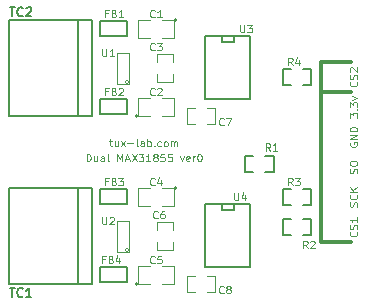
<source format=gto>
%FSLAX46Y46*%
G04 Gerber Fmt 4.6, Leading zero omitted, Abs format (unit mm)*
G04 Created by KiCad (PCBNEW (2014-07-09 BZR 4988)-product) date Wed 13 Aug 2014 10:14:38 AM PDT*
%MOMM*%
G01*
G04 APERTURE LIST*
%ADD10C,0.050000*%
%ADD11C,0.101600*%
%ADD12C,0.304800*%
%ADD13C,0.099060*%
%ADD14C,0.119380*%
%ADD15C,0.127000*%
%ADD16C,0.078740*%
G04 APERTURE END LIST*
D10*
D11*
X108430784Y-102395262D02*
X108430784Y-101760262D01*
X108581975Y-101760262D01*
X108672689Y-101790500D01*
X108733165Y-101850976D01*
X108763404Y-101911452D01*
X108793642Y-102032405D01*
X108793642Y-102123119D01*
X108763404Y-102244071D01*
X108733165Y-102304548D01*
X108672689Y-102365024D01*
X108581975Y-102395262D01*
X108430784Y-102395262D01*
X109337927Y-101971929D02*
X109337927Y-102395262D01*
X109065784Y-101971929D02*
X109065784Y-102304548D01*
X109096023Y-102365024D01*
X109156499Y-102395262D01*
X109247213Y-102395262D01*
X109307689Y-102365024D01*
X109337927Y-102334786D01*
X109912451Y-102395262D02*
X109912451Y-102062643D01*
X109882213Y-102002167D01*
X109821737Y-101971929D01*
X109700785Y-101971929D01*
X109640308Y-102002167D01*
X109912451Y-102365024D02*
X109851975Y-102395262D01*
X109700785Y-102395262D01*
X109640308Y-102365024D01*
X109610070Y-102304548D01*
X109610070Y-102244071D01*
X109640308Y-102183595D01*
X109700785Y-102153357D01*
X109851975Y-102153357D01*
X109912451Y-102123119D01*
X110305547Y-102395262D02*
X110245071Y-102365024D01*
X110214832Y-102304548D01*
X110214832Y-101760262D01*
X111031261Y-102395262D02*
X111031261Y-101760262D01*
X111242928Y-102213833D01*
X111454595Y-101760262D01*
X111454595Y-102395262D01*
X111726737Y-102213833D02*
X112029118Y-102213833D01*
X111666261Y-102395262D02*
X111877928Y-101760262D01*
X112089595Y-102395262D01*
X112240785Y-101760262D02*
X112664119Y-102395262D01*
X112664119Y-101760262D02*
X112240785Y-102395262D01*
X112845547Y-101760262D02*
X113238643Y-101760262D01*
X113026976Y-102002167D01*
X113117690Y-102002167D01*
X113178166Y-102032405D01*
X113208404Y-102062643D01*
X113238643Y-102123119D01*
X113238643Y-102274310D01*
X113208404Y-102334786D01*
X113178166Y-102365024D01*
X113117690Y-102395262D01*
X112936262Y-102395262D01*
X112875785Y-102365024D01*
X112845547Y-102334786D01*
X113843405Y-102395262D02*
X113480547Y-102395262D01*
X113661976Y-102395262D02*
X113661976Y-101760262D01*
X113601500Y-101850976D01*
X113541024Y-101911452D01*
X113480547Y-101941690D01*
X114206262Y-102032405D02*
X114145786Y-102002167D01*
X114115547Y-101971929D01*
X114085309Y-101911452D01*
X114085309Y-101881214D01*
X114115547Y-101820738D01*
X114145786Y-101790500D01*
X114206262Y-101760262D01*
X114327214Y-101760262D01*
X114387690Y-101790500D01*
X114417928Y-101820738D01*
X114448167Y-101881214D01*
X114448167Y-101911452D01*
X114417928Y-101971929D01*
X114387690Y-102002167D01*
X114327214Y-102032405D01*
X114206262Y-102032405D01*
X114145786Y-102062643D01*
X114115547Y-102092881D01*
X114085309Y-102153357D01*
X114085309Y-102274310D01*
X114115547Y-102334786D01*
X114145786Y-102365024D01*
X114206262Y-102395262D01*
X114327214Y-102395262D01*
X114387690Y-102365024D01*
X114417928Y-102334786D01*
X114448167Y-102274310D01*
X114448167Y-102153357D01*
X114417928Y-102092881D01*
X114387690Y-102062643D01*
X114327214Y-102032405D01*
X115022690Y-101760262D02*
X114720309Y-101760262D01*
X114690071Y-102062643D01*
X114720309Y-102032405D01*
X114780786Y-102002167D01*
X114931976Y-102002167D01*
X114992452Y-102032405D01*
X115022690Y-102062643D01*
X115052929Y-102123119D01*
X115052929Y-102274310D01*
X115022690Y-102334786D01*
X114992452Y-102365024D01*
X114931976Y-102395262D01*
X114780786Y-102395262D01*
X114720309Y-102365024D01*
X114690071Y-102334786D01*
X115627452Y-101760262D02*
X115325071Y-101760262D01*
X115294833Y-102062643D01*
X115325071Y-102032405D01*
X115385548Y-102002167D01*
X115536738Y-102002167D01*
X115597214Y-102032405D01*
X115627452Y-102062643D01*
X115657691Y-102123119D01*
X115657691Y-102274310D01*
X115627452Y-102334786D01*
X115597214Y-102365024D01*
X115536738Y-102395262D01*
X115385548Y-102395262D01*
X115325071Y-102365024D01*
X115294833Y-102334786D01*
X116353167Y-101971929D02*
X116504358Y-102395262D01*
X116655548Y-101971929D01*
X117139358Y-102365024D02*
X117078882Y-102395262D01*
X116957930Y-102395262D01*
X116897453Y-102365024D01*
X116867215Y-102304548D01*
X116867215Y-102062643D01*
X116897453Y-102002167D01*
X116957930Y-101971929D01*
X117078882Y-101971929D01*
X117139358Y-102002167D01*
X117169596Y-102062643D01*
X117169596Y-102123119D01*
X116867215Y-102183595D01*
X117441739Y-102395262D02*
X117441739Y-101971929D01*
X117441739Y-102092881D02*
X117471978Y-102032405D01*
X117502216Y-102002167D01*
X117562692Y-101971929D01*
X117623168Y-101971929D01*
X117955787Y-101760262D02*
X118016263Y-101760262D01*
X118076739Y-101790500D01*
X118106977Y-101820738D01*
X118137215Y-101881214D01*
X118167454Y-102002167D01*
X118167454Y-102153357D01*
X118137215Y-102274310D01*
X118106977Y-102334786D01*
X118076739Y-102365024D01*
X118016263Y-102395262D01*
X117955787Y-102395262D01*
X117895311Y-102365024D01*
X117865073Y-102334786D01*
X117834834Y-102274310D01*
X117804596Y-102153357D01*
X117804596Y-102002167D01*
X117834834Y-101881214D01*
X117865073Y-101820738D01*
X117895311Y-101790500D01*
X117955787Y-101760262D01*
X110350904Y-100701929D02*
X110592809Y-100701929D01*
X110441618Y-100490262D02*
X110441618Y-101034548D01*
X110471857Y-101095024D01*
X110532333Y-101125262D01*
X110592809Y-101125262D01*
X111076618Y-100701929D02*
X111076618Y-101125262D01*
X110804475Y-100701929D02*
X110804475Y-101034548D01*
X110834714Y-101095024D01*
X110895190Y-101125262D01*
X110985904Y-101125262D01*
X111046380Y-101095024D01*
X111076618Y-101064786D01*
X111318523Y-101125262D02*
X111651142Y-100701929D01*
X111318523Y-100701929D02*
X111651142Y-101125262D01*
X111893047Y-100883357D02*
X112376857Y-100883357D01*
X112769952Y-101125262D02*
X112709476Y-101095024D01*
X112679237Y-101034548D01*
X112679237Y-100490262D01*
X113283999Y-101125262D02*
X113283999Y-100792643D01*
X113253761Y-100732167D01*
X113193285Y-100701929D01*
X113072333Y-100701929D01*
X113011856Y-100732167D01*
X113283999Y-101095024D02*
X113223523Y-101125262D01*
X113072333Y-101125262D01*
X113011856Y-101095024D01*
X112981618Y-101034548D01*
X112981618Y-100974071D01*
X113011856Y-100913595D01*
X113072333Y-100883357D01*
X113223523Y-100883357D01*
X113283999Y-100853119D01*
X113586380Y-101125262D02*
X113586380Y-100490262D01*
X113586380Y-100732167D02*
X113646857Y-100701929D01*
X113767809Y-100701929D01*
X113828285Y-100732167D01*
X113858523Y-100762405D01*
X113888761Y-100822881D01*
X113888761Y-101004310D01*
X113858523Y-101064786D01*
X113828285Y-101095024D01*
X113767809Y-101125262D01*
X113646857Y-101125262D01*
X113586380Y-101095024D01*
X114160904Y-101064786D02*
X114191143Y-101095024D01*
X114160904Y-101125262D01*
X114130666Y-101095024D01*
X114160904Y-101064786D01*
X114160904Y-101125262D01*
X114735428Y-101095024D02*
X114674952Y-101125262D01*
X114554000Y-101125262D01*
X114493524Y-101095024D01*
X114463285Y-101064786D01*
X114433047Y-101004310D01*
X114433047Y-100822881D01*
X114463285Y-100762405D01*
X114493524Y-100732167D01*
X114554000Y-100701929D01*
X114674952Y-100701929D01*
X114735428Y-100732167D01*
X115098286Y-101125262D02*
X115037810Y-101095024D01*
X115007571Y-101064786D01*
X114977333Y-101004310D01*
X114977333Y-100822881D01*
X115007571Y-100762405D01*
X115037810Y-100732167D01*
X115098286Y-100701929D01*
X115189000Y-100701929D01*
X115249476Y-100732167D01*
X115279714Y-100762405D01*
X115309952Y-100822881D01*
X115309952Y-101004310D01*
X115279714Y-101064786D01*
X115249476Y-101095024D01*
X115189000Y-101125262D01*
X115098286Y-101125262D01*
X115582095Y-101125262D02*
X115582095Y-100701929D01*
X115582095Y-100762405D02*
X115612334Y-100732167D01*
X115672810Y-100701929D01*
X115763524Y-100701929D01*
X115824000Y-100732167D01*
X115854238Y-100792643D01*
X115854238Y-101125262D01*
X115854238Y-100792643D02*
X115884476Y-100732167D01*
X115944953Y-100701929D01*
X116035667Y-100701929D01*
X116096143Y-100732167D01*
X116126381Y-100792643D01*
X116126381Y-101125262D01*
X131290786Y-108358214D02*
X131321024Y-108388452D01*
X131351262Y-108479167D01*
X131351262Y-108539643D01*
X131321024Y-108630357D01*
X131260548Y-108690833D01*
X131200071Y-108721072D01*
X131079119Y-108751310D01*
X130988405Y-108751310D01*
X130867452Y-108721072D01*
X130806976Y-108690833D01*
X130746500Y-108630357D01*
X130716262Y-108539643D01*
X130716262Y-108479167D01*
X130746500Y-108388452D01*
X130776738Y-108358214D01*
X131321024Y-108116310D02*
X131351262Y-108025595D01*
X131351262Y-107874405D01*
X131321024Y-107813929D01*
X131290786Y-107783691D01*
X131230310Y-107753452D01*
X131169833Y-107753452D01*
X131109357Y-107783691D01*
X131079119Y-107813929D01*
X131048881Y-107874405D01*
X131018643Y-107995357D01*
X130988405Y-108055833D01*
X130958167Y-108086072D01*
X130897690Y-108116310D01*
X130837214Y-108116310D01*
X130776738Y-108086072D01*
X130746500Y-108055833D01*
X130716262Y-107995357D01*
X130716262Y-107844167D01*
X130746500Y-107753452D01*
X131351262Y-107148690D02*
X131351262Y-107511548D01*
X131351262Y-107330119D02*
X130716262Y-107330119D01*
X130806976Y-107390595D01*
X130867452Y-107451071D01*
X130897690Y-107511548D01*
X131321024Y-106226429D02*
X131351262Y-106135714D01*
X131351262Y-105984524D01*
X131321024Y-105924048D01*
X131290786Y-105893810D01*
X131230310Y-105863571D01*
X131169833Y-105863571D01*
X131109357Y-105893810D01*
X131079119Y-105924048D01*
X131048881Y-105984524D01*
X131018643Y-106105476D01*
X130988405Y-106165952D01*
X130958167Y-106196191D01*
X130897690Y-106226429D01*
X130837214Y-106226429D01*
X130776738Y-106196191D01*
X130746500Y-106165952D01*
X130716262Y-106105476D01*
X130716262Y-105954286D01*
X130746500Y-105863571D01*
X131290786Y-105228571D02*
X131321024Y-105258809D01*
X131351262Y-105349524D01*
X131351262Y-105410000D01*
X131321024Y-105500714D01*
X131260548Y-105561190D01*
X131200071Y-105591429D01*
X131079119Y-105621667D01*
X130988405Y-105621667D01*
X130867452Y-105591429D01*
X130806976Y-105561190D01*
X130746500Y-105500714D01*
X130716262Y-105410000D01*
X130716262Y-105349524D01*
X130746500Y-105258809D01*
X130776738Y-105228571D01*
X131351262Y-104956429D02*
X130716262Y-104956429D01*
X131351262Y-104593571D02*
X130988405Y-104865714D01*
X130716262Y-104593571D02*
X131079119Y-104956429D01*
X131321024Y-103384048D02*
X131351262Y-103293333D01*
X131351262Y-103142143D01*
X131321024Y-103081667D01*
X131290786Y-103051429D01*
X131230310Y-103021190D01*
X131169833Y-103021190D01*
X131109357Y-103051429D01*
X131079119Y-103081667D01*
X131048881Y-103142143D01*
X131018643Y-103263095D01*
X130988405Y-103323571D01*
X130958167Y-103353810D01*
X130897690Y-103384048D01*
X130837214Y-103384048D01*
X130776738Y-103353810D01*
X130746500Y-103323571D01*
X130716262Y-103263095D01*
X130716262Y-103111905D01*
X130746500Y-103021190D01*
X130716262Y-102628095D02*
X130716262Y-102507143D01*
X130746500Y-102446667D01*
X130806976Y-102386190D01*
X130927929Y-102355952D01*
X131139595Y-102355952D01*
X131260548Y-102386190D01*
X131321024Y-102446667D01*
X131351262Y-102507143D01*
X131351262Y-102628095D01*
X131321024Y-102688571D01*
X131260548Y-102749048D01*
X131139595Y-102779286D01*
X130927929Y-102779286D01*
X130806976Y-102749048D01*
X130746500Y-102688571D01*
X130716262Y-102628095D01*
X130746500Y-100813809D02*
X130716262Y-100874286D01*
X130716262Y-100965000D01*
X130746500Y-101055714D01*
X130806976Y-101116190D01*
X130867452Y-101146429D01*
X130988405Y-101176667D01*
X131079119Y-101176667D01*
X131200071Y-101146429D01*
X131260548Y-101116190D01*
X131321024Y-101055714D01*
X131351262Y-100965000D01*
X131351262Y-100904524D01*
X131321024Y-100813809D01*
X131290786Y-100783571D01*
X131079119Y-100783571D01*
X131079119Y-100904524D01*
X131351262Y-100511429D02*
X130716262Y-100511429D01*
X131351262Y-100148571D01*
X130716262Y-100148571D01*
X131351262Y-99846191D02*
X130716262Y-99846191D01*
X130716262Y-99695000D01*
X130746500Y-99604286D01*
X130806976Y-99543810D01*
X130867452Y-99513571D01*
X130988405Y-99483333D01*
X131079119Y-99483333D01*
X131200071Y-99513571D01*
X131260548Y-99543810D01*
X131321024Y-99604286D01*
X131351262Y-99695000D01*
X131351262Y-99846191D01*
X130716262Y-98697143D02*
X130716262Y-98304047D01*
X130958167Y-98515714D01*
X130958167Y-98425000D01*
X130988405Y-98364524D01*
X131018643Y-98334286D01*
X131079119Y-98304047D01*
X131230310Y-98304047D01*
X131290786Y-98334286D01*
X131321024Y-98364524D01*
X131351262Y-98425000D01*
X131351262Y-98606428D01*
X131321024Y-98666905D01*
X131290786Y-98697143D01*
X131290786Y-98031905D02*
X131321024Y-98001666D01*
X131351262Y-98031905D01*
X131321024Y-98062143D01*
X131290786Y-98031905D01*
X131351262Y-98031905D01*
X130716262Y-97790000D02*
X130716262Y-97396904D01*
X130958167Y-97608571D01*
X130958167Y-97517857D01*
X130988405Y-97457381D01*
X131018643Y-97427143D01*
X131079119Y-97396904D01*
X131230310Y-97396904D01*
X131290786Y-97427143D01*
X131321024Y-97457381D01*
X131351262Y-97517857D01*
X131351262Y-97699285D01*
X131321024Y-97759762D01*
X131290786Y-97790000D01*
X130927929Y-97185238D02*
X131351262Y-97034047D01*
X130927929Y-96882857D01*
X131290786Y-95658214D02*
X131321024Y-95688452D01*
X131351262Y-95779167D01*
X131351262Y-95839643D01*
X131321024Y-95930357D01*
X131260548Y-95990833D01*
X131200071Y-96021072D01*
X131079119Y-96051310D01*
X130988405Y-96051310D01*
X130867452Y-96021072D01*
X130806976Y-95990833D01*
X130746500Y-95930357D01*
X130716262Y-95839643D01*
X130716262Y-95779167D01*
X130746500Y-95688452D01*
X130776738Y-95658214D01*
X131321024Y-95416310D02*
X131351262Y-95325595D01*
X131351262Y-95174405D01*
X131321024Y-95113929D01*
X131290786Y-95083691D01*
X131230310Y-95053452D01*
X131169833Y-95053452D01*
X131109357Y-95083691D01*
X131079119Y-95113929D01*
X131048881Y-95174405D01*
X131018643Y-95295357D01*
X130988405Y-95355833D01*
X130958167Y-95386072D01*
X130897690Y-95416310D01*
X130837214Y-95416310D01*
X130776738Y-95386072D01*
X130746500Y-95355833D01*
X130716262Y-95295357D01*
X130716262Y-95144167D01*
X130746500Y-95053452D01*
X130776738Y-94811548D02*
X130746500Y-94781310D01*
X130716262Y-94720833D01*
X130716262Y-94569643D01*
X130746500Y-94509167D01*
X130776738Y-94478929D01*
X130837214Y-94448690D01*
X130897690Y-94448690D01*
X130988405Y-94478929D01*
X131351262Y-94841786D01*
X131351262Y-94448690D01*
D12*
X128270000Y-93980000D02*
X130810000Y-93980000D01*
X130810000Y-109220000D02*
X128270000Y-109220000D01*
X128270000Y-109220000D02*
X128270000Y-93980000D01*
X128270000Y-96520000D02*
X130810000Y-96520000D01*
D13*
X116078000Y-90424000D02*
G75*
G03X116078000Y-90424000I-127000J0D01*
G74*
G01*
X114808000Y-90424000D02*
X115824000Y-90424000D01*
X115824000Y-90424000D02*
X115824000Y-91948000D01*
X115824000Y-91948000D02*
X114808000Y-91948000D01*
X113792000Y-91948000D02*
X112776000Y-91948000D01*
X112776000Y-91948000D02*
X112776000Y-90424000D01*
X112776000Y-90424000D02*
X113792000Y-90424000D01*
X112776000Y-98552000D02*
G75*
G03X112776000Y-98552000I-127000J0D01*
G74*
G01*
X113792000Y-98552000D02*
X112776000Y-98552000D01*
X112776000Y-98552000D02*
X112776000Y-97028000D01*
X112776000Y-97028000D02*
X113792000Y-97028000D01*
X114808000Y-97028000D02*
X115824000Y-97028000D01*
X115824000Y-97028000D02*
X115824000Y-98552000D01*
X115824000Y-98552000D02*
X114808000Y-98552000D01*
D14*
X114411760Y-94988380D02*
X114411760Y-95686880D01*
X114411760Y-93987620D02*
X114411760Y-93289120D01*
X115712240Y-94988380D02*
X115712240Y-95686880D01*
X115712240Y-93289120D02*
X115712240Y-93987620D01*
X115697000Y-95686880D02*
X114427000Y-95686880D01*
X114427000Y-93289120D02*
X115697000Y-93289120D01*
D13*
X116078000Y-104648000D02*
G75*
G03X116078000Y-104648000I-127000J0D01*
G74*
G01*
X114808000Y-104648000D02*
X115824000Y-104648000D01*
X115824000Y-104648000D02*
X115824000Y-106172000D01*
X115824000Y-106172000D02*
X114808000Y-106172000D01*
X113792000Y-106172000D02*
X112776000Y-106172000D01*
X112776000Y-106172000D02*
X112776000Y-104648000D01*
X112776000Y-104648000D02*
X113792000Y-104648000D01*
X112776000Y-112776000D02*
G75*
G03X112776000Y-112776000I-127000J0D01*
G74*
G01*
X113792000Y-112776000D02*
X112776000Y-112776000D01*
X112776000Y-112776000D02*
X112776000Y-111252000D01*
X112776000Y-111252000D02*
X113792000Y-111252000D01*
X114808000Y-111252000D02*
X115824000Y-111252000D01*
X115824000Y-111252000D02*
X115824000Y-112776000D01*
X115824000Y-112776000D02*
X114808000Y-112776000D01*
D14*
X114411760Y-109212380D02*
X114411760Y-109910880D01*
X114411760Y-108211620D02*
X114411760Y-107513120D01*
X115712240Y-109212380D02*
X115712240Y-109910880D01*
X115712240Y-107513120D02*
X115712240Y-108211620D01*
X115697000Y-109910880D02*
X114427000Y-109910880D01*
X114427000Y-107513120D02*
X115697000Y-107513120D01*
X118610380Y-99202240D02*
X119308880Y-99202240D01*
X117609620Y-99202240D02*
X116911120Y-99202240D01*
X118610380Y-97901760D02*
X119308880Y-97901760D01*
X116911120Y-97901760D02*
X117609620Y-97901760D01*
X119308880Y-97917000D02*
X119308880Y-99187000D01*
X116911120Y-99187000D02*
X116911120Y-97917000D01*
X118610380Y-113426240D02*
X119308880Y-113426240D01*
X117609620Y-113426240D02*
X116911120Y-113426240D01*
X118610380Y-112125760D02*
X119308880Y-112125760D01*
X116911120Y-112125760D02*
X117609620Y-112125760D01*
X119308880Y-112141000D02*
X119308880Y-113411000D01*
X116911120Y-113411000D02*
X116911120Y-112141000D01*
D15*
X109601000Y-90551000D02*
X111887000Y-90551000D01*
X111887000Y-90551000D02*
X111887000Y-91821000D01*
X111887000Y-91821000D02*
X109601000Y-91821000D01*
X109601000Y-91821000D02*
X109601000Y-90551000D01*
X109601000Y-97155000D02*
X111887000Y-97155000D01*
X111887000Y-97155000D02*
X111887000Y-98425000D01*
X111887000Y-98425000D02*
X109601000Y-98425000D01*
X109601000Y-98425000D02*
X109601000Y-97155000D01*
X109601000Y-104775000D02*
X111887000Y-104775000D01*
X111887000Y-104775000D02*
X111887000Y-106045000D01*
X111887000Y-106045000D02*
X109601000Y-106045000D01*
X109601000Y-106045000D02*
X109601000Y-104775000D01*
X109601000Y-111379000D02*
X111887000Y-111379000D01*
X111887000Y-111379000D02*
X111887000Y-112649000D01*
X111887000Y-112649000D02*
X109601000Y-112649000D01*
X109601000Y-112649000D02*
X109601000Y-111379000D01*
X107670600Y-98552000D02*
X107670600Y-90424000D01*
X101904800Y-98552000D02*
X101904800Y-90424000D01*
X101904800Y-90424000D02*
X108915200Y-90424000D01*
X108915200Y-90424000D02*
X108915200Y-98552000D01*
X108915200Y-98552000D02*
X101904800Y-98552000D01*
X107670600Y-112776000D02*
X107670600Y-104648000D01*
X101904800Y-112776000D02*
X101904800Y-104648000D01*
X101904800Y-104648000D02*
X108915200Y-104648000D01*
X108915200Y-104648000D02*
X108915200Y-112776000D01*
X108915200Y-112776000D02*
X101904800Y-112776000D01*
X122562620Y-101917500D02*
X121856500Y-101917500D01*
X121856500Y-101917500D02*
X121856500Y-103314500D01*
X121856500Y-103314500D02*
X122562620Y-103314500D01*
X124269500Y-101917500D02*
X123563380Y-101917500D01*
X124269500Y-101917500D02*
X124269500Y-103314500D01*
X124269500Y-103314500D02*
X123563380Y-103314500D01*
X125737620Y-107251500D02*
X125031500Y-107251500D01*
X125031500Y-107251500D02*
X125031500Y-108648500D01*
X125031500Y-108648500D02*
X125737620Y-108648500D01*
X127444500Y-107251500D02*
X126738380Y-107251500D01*
X127444500Y-107251500D02*
X127444500Y-108648500D01*
X127444500Y-108648500D02*
X126738380Y-108648500D01*
X125737620Y-104711500D02*
X125031500Y-104711500D01*
X125031500Y-104711500D02*
X125031500Y-106108500D01*
X125031500Y-106108500D02*
X125737620Y-106108500D01*
X127444500Y-104711500D02*
X126738380Y-104711500D01*
X127444500Y-104711500D02*
X127444500Y-106108500D01*
X127444500Y-106108500D02*
X126738380Y-106108500D01*
X125737620Y-94551500D02*
X125031500Y-94551500D01*
X125031500Y-94551500D02*
X125031500Y-95948500D01*
X125031500Y-95948500D02*
X125737620Y-95948500D01*
X127444500Y-94551500D02*
X126738380Y-94551500D01*
X127444500Y-94551500D02*
X127444500Y-95948500D01*
X127444500Y-95948500D02*
X126738380Y-95948500D01*
D16*
X112015590Y-95664020D02*
G75*
G03X112015590Y-95664020I-159070J0D01*
G74*
G01*
X110998000Y-93218000D02*
X112014000Y-93218000D01*
X110998000Y-95821500D02*
X112014000Y-95821500D01*
X112014000Y-93218000D02*
X112014000Y-95821500D01*
X110998000Y-95821500D02*
X110998000Y-93218000D01*
X112015590Y-109888020D02*
G75*
G03X112015590Y-109888020I-159070J0D01*
G74*
G01*
X110998000Y-107442000D02*
X112014000Y-107442000D01*
X110998000Y-110045500D02*
X112014000Y-110045500D01*
X112014000Y-107442000D02*
X112014000Y-110045500D01*
X110998000Y-110045500D02*
X110998000Y-107442000D01*
D15*
X118618000Y-91821000D02*
X118491000Y-91821000D01*
X118491000Y-91821000D02*
X118491000Y-97155000D01*
X122301000Y-97155000D02*
X122301000Y-91821000D01*
X122301000Y-91821000D02*
X118618000Y-91821000D01*
X120904000Y-91821000D02*
X120904000Y-92329000D01*
X120904000Y-92329000D02*
X119888000Y-92329000D01*
X119888000Y-92329000D02*
X119888000Y-91821000D01*
X122301000Y-97155000D02*
X118491000Y-97155000D01*
X118618000Y-106045000D02*
X118491000Y-106045000D01*
X118491000Y-106045000D02*
X118491000Y-111379000D01*
X122301000Y-111379000D02*
X122301000Y-106045000D01*
X122301000Y-106045000D02*
X118618000Y-106045000D01*
X120904000Y-106045000D02*
X120904000Y-106553000D01*
X120904000Y-106553000D02*
X119888000Y-106553000D01*
X119888000Y-106553000D02*
X119888000Y-106045000D01*
X122301000Y-111379000D02*
X118491000Y-111379000D01*
D11*
X114194167Y-90142786D02*
X114163929Y-90173024D01*
X114073214Y-90203262D01*
X114012738Y-90203262D01*
X113922024Y-90173024D01*
X113861548Y-90112548D01*
X113831309Y-90052071D01*
X113801071Y-89931119D01*
X113801071Y-89840405D01*
X113831309Y-89719452D01*
X113861548Y-89658976D01*
X113922024Y-89598500D01*
X114012738Y-89568262D01*
X114073214Y-89568262D01*
X114163929Y-89598500D01*
X114194167Y-89628738D01*
X114798929Y-90203262D02*
X114436071Y-90203262D01*
X114617500Y-90203262D02*
X114617500Y-89568262D01*
X114557024Y-89658976D01*
X114496548Y-89719452D01*
X114436071Y-89749690D01*
X114194167Y-96746786D02*
X114163929Y-96777024D01*
X114073214Y-96807262D01*
X114012738Y-96807262D01*
X113922024Y-96777024D01*
X113861548Y-96716548D01*
X113831309Y-96656071D01*
X113801071Y-96535119D01*
X113801071Y-96444405D01*
X113831309Y-96323452D01*
X113861548Y-96262976D01*
X113922024Y-96202500D01*
X114012738Y-96172262D01*
X114073214Y-96172262D01*
X114163929Y-96202500D01*
X114194167Y-96232738D01*
X114436071Y-96232738D02*
X114466309Y-96202500D01*
X114526786Y-96172262D01*
X114677976Y-96172262D01*
X114738452Y-96202500D01*
X114768690Y-96232738D01*
X114798929Y-96293214D01*
X114798929Y-96353690D01*
X114768690Y-96444405D01*
X114405833Y-96807262D01*
X114798929Y-96807262D01*
X114194167Y-92936786D02*
X114163929Y-92967024D01*
X114073214Y-92997262D01*
X114012738Y-92997262D01*
X113922024Y-92967024D01*
X113861548Y-92906548D01*
X113831309Y-92846071D01*
X113801071Y-92725119D01*
X113801071Y-92634405D01*
X113831309Y-92513452D01*
X113861548Y-92452976D01*
X113922024Y-92392500D01*
X114012738Y-92362262D01*
X114073214Y-92362262D01*
X114163929Y-92392500D01*
X114194167Y-92422738D01*
X114405833Y-92362262D02*
X114798929Y-92362262D01*
X114587262Y-92604167D01*
X114677976Y-92604167D01*
X114738452Y-92634405D01*
X114768690Y-92664643D01*
X114798929Y-92725119D01*
X114798929Y-92876310D01*
X114768690Y-92936786D01*
X114738452Y-92967024D01*
X114677976Y-92997262D01*
X114496548Y-92997262D01*
X114436071Y-92967024D01*
X114405833Y-92936786D01*
X114194167Y-104366786D02*
X114163929Y-104397024D01*
X114073214Y-104427262D01*
X114012738Y-104427262D01*
X113922024Y-104397024D01*
X113861548Y-104336548D01*
X113831309Y-104276071D01*
X113801071Y-104155119D01*
X113801071Y-104064405D01*
X113831309Y-103943452D01*
X113861548Y-103882976D01*
X113922024Y-103822500D01*
X114012738Y-103792262D01*
X114073214Y-103792262D01*
X114163929Y-103822500D01*
X114194167Y-103852738D01*
X114738452Y-104003929D02*
X114738452Y-104427262D01*
X114587262Y-103762024D02*
X114436071Y-104215595D01*
X114829167Y-104215595D01*
X114194167Y-110970786D02*
X114163929Y-111001024D01*
X114073214Y-111031262D01*
X114012738Y-111031262D01*
X113922024Y-111001024D01*
X113861548Y-110940548D01*
X113831309Y-110880071D01*
X113801071Y-110759119D01*
X113801071Y-110668405D01*
X113831309Y-110547452D01*
X113861548Y-110486976D01*
X113922024Y-110426500D01*
X114012738Y-110396262D01*
X114073214Y-110396262D01*
X114163929Y-110426500D01*
X114194167Y-110456738D01*
X114768690Y-110396262D02*
X114466309Y-110396262D01*
X114436071Y-110698643D01*
X114466309Y-110668405D01*
X114526786Y-110638167D01*
X114677976Y-110638167D01*
X114738452Y-110668405D01*
X114768690Y-110698643D01*
X114798929Y-110759119D01*
X114798929Y-110910310D01*
X114768690Y-110970786D01*
X114738452Y-111001024D01*
X114677976Y-111031262D01*
X114526786Y-111031262D01*
X114466309Y-111001024D01*
X114436071Y-110970786D01*
X114448167Y-107160786D02*
X114417929Y-107191024D01*
X114327214Y-107221262D01*
X114266738Y-107221262D01*
X114176024Y-107191024D01*
X114115548Y-107130548D01*
X114085309Y-107070071D01*
X114055071Y-106949119D01*
X114055071Y-106858405D01*
X114085309Y-106737452D01*
X114115548Y-106676976D01*
X114176024Y-106616500D01*
X114266738Y-106586262D01*
X114327214Y-106586262D01*
X114417929Y-106616500D01*
X114448167Y-106646738D01*
X114992452Y-106586262D02*
X114871500Y-106586262D01*
X114811024Y-106616500D01*
X114780786Y-106646738D01*
X114720309Y-106737452D01*
X114690071Y-106858405D01*
X114690071Y-107100310D01*
X114720309Y-107160786D01*
X114750548Y-107191024D01*
X114811024Y-107221262D01*
X114931976Y-107221262D01*
X114992452Y-107191024D01*
X115022690Y-107160786D01*
X115052929Y-107100310D01*
X115052929Y-106949119D01*
X115022690Y-106888643D01*
X114992452Y-106858405D01*
X114931976Y-106828167D01*
X114811024Y-106828167D01*
X114750548Y-106858405D01*
X114720309Y-106888643D01*
X114690071Y-106949119D01*
X120036167Y-99286786D02*
X120005929Y-99317024D01*
X119915214Y-99347262D01*
X119854738Y-99347262D01*
X119764024Y-99317024D01*
X119703548Y-99256548D01*
X119673309Y-99196071D01*
X119643071Y-99075119D01*
X119643071Y-98984405D01*
X119673309Y-98863452D01*
X119703548Y-98802976D01*
X119764024Y-98742500D01*
X119854738Y-98712262D01*
X119915214Y-98712262D01*
X120005929Y-98742500D01*
X120036167Y-98772738D01*
X120247833Y-98712262D02*
X120671167Y-98712262D01*
X120399024Y-99347262D01*
X120036167Y-113510786D02*
X120005929Y-113541024D01*
X119915214Y-113571262D01*
X119854738Y-113571262D01*
X119764024Y-113541024D01*
X119703548Y-113480548D01*
X119673309Y-113420071D01*
X119643071Y-113299119D01*
X119643071Y-113208405D01*
X119673309Y-113087452D01*
X119703548Y-113026976D01*
X119764024Y-112966500D01*
X119854738Y-112936262D01*
X119915214Y-112936262D01*
X120005929Y-112966500D01*
X120036167Y-112996738D01*
X120399024Y-113208405D02*
X120338548Y-113178167D01*
X120308309Y-113147929D01*
X120278071Y-113087452D01*
X120278071Y-113057214D01*
X120308309Y-112996738D01*
X120338548Y-112966500D01*
X120399024Y-112936262D01*
X120519976Y-112936262D01*
X120580452Y-112966500D01*
X120610690Y-112996738D01*
X120640929Y-113057214D01*
X120640929Y-113087452D01*
X120610690Y-113147929D01*
X120580452Y-113178167D01*
X120519976Y-113208405D01*
X120399024Y-113208405D01*
X120338548Y-113238643D01*
X120308309Y-113268881D01*
X120278071Y-113329357D01*
X120278071Y-113450310D01*
X120308309Y-113510786D01*
X120338548Y-113541024D01*
X120399024Y-113571262D01*
X120519976Y-113571262D01*
X120580452Y-113541024D01*
X120610690Y-113510786D01*
X120640929Y-113450310D01*
X120640929Y-113329357D01*
X120610690Y-113268881D01*
X120580452Y-113238643D01*
X120519976Y-113208405D01*
X110214833Y-89870643D02*
X110003166Y-89870643D01*
X110003166Y-90203262D02*
X110003166Y-89568262D01*
X110305547Y-89568262D01*
X110759119Y-89870643D02*
X110849833Y-89900881D01*
X110880072Y-89931119D01*
X110910310Y-89991595D01*
X110910310Y-90082310D01*
X110880072Y-90142786D01*
X110849833Y-90173024D01*
X110789357Y-90203262D01*
X110547452Y-90203262D01*
X110547452Y-89568262D01*
X110759119Y-89568262D01*
X110819595Y-89598500D01*
X110849833Y-89628738D01*
X110880072Y-89689214D01*
X110880072Y-89749690D01*
X110849833Y-89810167D01*
X110819595Y-89840405D01*
X110759119Y-89870643D01*
X110547452Y-89870643D01*
X111515072Y-90203262D02*
X111152214Y-90203262D01*
X111333643Y-90203262D02*
X111333643Y-89568262D01*
X111273167Y-89658976D01*
X111212691Y-89719452D01*
X111152214Y-89749690D01*
X110214833Y-96474643D02*
X110003166Y-96474643D01*
X110003166Y-96807262D02*
X110003166Y-96172262D01*
X110305547Y-96172262D01*
X110759119Y-96474643D02*
X110849833Y-96504881D01*
X110880072Y-96535119D01*
X110910310Y-96595595D01*
X110910310Y-96686310D01*
X110880072Y-96746786D01*
X110849833Y-96777024D01*
X110789357Y-96807262D01*
X110547452Y-96807262D01*
X110547452Y-96172262D01*
X110759119Y-96172262D01*
X110819595Y-96202500D01*
X110849833Y-96232738D01*
X110880072Y-96293214D01*
X110880072Y-96353690D01*
X110849833Y-96414167D01*
X110819595Y-96444405D01*
X110759119Y-96474643D01*
X110547452Y-96474643D01*
X111152214Y-96232738D02*
X111182452Y-96202500D01*
X111242929Y-96172262D01*
X111394119Y-96172262D01*
X111454595Y-96202500D01*
X111484833Y-96232738D01*
X111515072Y-96293214D01*
X111515072Y-96353690D01*
X111484833Y-96444405D01*
X111121976Y-96807262D01*
X111515072Y-96807262D01*
X110214833Y-104094643D02*
X110003166Y-104094643D01*
X110003166Y-104427262D02*
X110003166Y-103792262D01*
X110305547Y-103792262D01*
X110759119Y-104094643D02*
X110849833Y-104124881D01*
X110880072Y-104155119D01*
X110910310Y-104215595D01*
X110910310Y-104306310D01*
X110880072Y-104366786D01*
X110849833Y-104397024D01*
X110789357Y-104427262D01*
X110547452Y-104427262D01*
X110547452Y-103792262D01*
X110759119Y-103792262D01*
X110819595Y-103822500D01*
X110849833Y-103852738D01*
X110880072Y-103913214D01*
X110880072Y-103973690D01*
X110849833Y-104034167D01*
X110819595Y-104064405D01*
X110759119Y-104094643D01*
X110547452Y-104094643D01*
X111121976Y-103792262D02*
X111515072Y-103792262D01*
X111303405Y-104034167D01*
X111394119Y-104034167D01*
X111454595Y-104064405D01*
X111484833Y-104094643D01*
X111515072Y-104155119D01*
X111515072Y-104306310D01*
X111484833Y-104366786D01*
X111454595Y-104397024D01*
X111394119Y-104427262D01*
X111212691Y-104427262D01*
X111152214Y-104397024D01*
X111121976Y-104366786D01*
X109960833Y-110698643D02*
X109749166Y-110698643D01*
X109749166Y-111031262D02*
X109749166Y-110396262D01*
X110051547Y-110396262D01*
X110505119Y-110698643D02*
X110595833Y-110728881D01*
X110626072Y-110759119D01*
X110656310Y-110819595D01*
X110656310Y-110910310D01*
X110626072Y-110970786D01*
X110595833Y-111001024D01*
X110535357Y-111031262D01*
X110293452Y-111031262D01*
X110293452Y-110396262D01*
X110505119Y-110396262D01*
X110565595Y-110426500D01*
X110595833Y-110456738D01*
X110626072Y-110517214D01*
X110626072Y-110577690D01*
X110595833Y-110638167D01*
X110565595Y-110668405D01*
X110505119Y-110698643D01*
X110293452Y-110698643D01*
X111200595Y-110607929D02*
X111200595Y-111031262D01*
X111049405Y-110366024D02*
X110898214Y-110819595D01*
X111291310Y-110819595D01*
D15*
X101908429Y-89371714D02*
X102343858Y-89371714D01*
X102126144Y-90133714D02*
X102126144Y-89371714D01*
X103033286Y-90061143D02*
X102997000Y-90097429D01*
X102888143Y-90133714D01*
X102815572Y-90133714D01*
X102706715Y-90097429D01*
X102634143Y-90024857D01*
X102597858Y-89952286D01*
X102561572Y-89807143D01*
X102561572Y-89698286D01*
X102597858Y-89553143D01*
X102634143Y-89480571D01*
X102706715Y-89408000D01*
X102815572Y-89371714D01*
X102888143Y-89371714D01*
X102997000Y-89408000D01*
X103033286Y-89444286D01*
X103323572Y-89444286D02*
X103359858Y-89408000D01*
X103432429Y-89371714D01*
X103613858Y-89371714D01*
X103686429Y-89408000D01*
X103722715Y-89444286D01*
X103759000Y-89516857D01*
X103759000Y-89589429D01*
X103722715Y-89698286D01*
X103287286Y-90133714D01*
X103759000Y-90133714D01*
X101908429Y-113120714D02*
X102343858Y-113120714D01*
X102126144Y-113882714D02*
X102126144Y-113120714D01*
X103033286Y-113810143D02*
X102997000Y-113846429D01*
X102888143Y-113882714D01*
X102815572Y-113882714D01*
X102706715Y-113846429D01*
X102634143Y-113773857D01*
X102597858Y-113701286D01*
X102561572Y-113556143D01*
X102561572Y-113447286D01*
X102597858Y-113302143D01*
X102634143Y-113229571D01*
X102706715Y-113157000D01*
X102815572Y-113120714D01*
X102888143Y-113120714D01*
X102997000Y-113157000D01*
X103033286Y-113193286D01*
X103759000Y-113882714D02*
X103323572Y-113882714D01*
X103541286Y-113882714D02*
X103541286Y-113120714D01*
X103468715Y-113229571D01*
X103396143Y-113302143D01*
X103323572Y-113338429D01*
D11*
X123973167Y-101506262D02*
X123761500Y-101203881D01*
X123610309Y-101506262D02*
X123610309Y-100871262D01*
X123852214Y-100871262D01*
X123912690Y-100901500D01*
X123942929Y-100931738D01*
X123973167Y-100992214D01*
X123973167Y-101082929D01*
X123942929Y-101143405D01*
X123912690Y-101173643D01*
X123852214Y-101203881D01*
X123610309Y-101203881D01*
X124577929Y-101506262D02*
X124215071Y-101506262D01*
X124396500Y-101506262D02*
X124396500Y-100871262D01*
X124336024Y-100961976D01*
X124275548Y-101022452D01*
X124215071Y-101052690D01*
X127148167Y-109761262D02*
X126936500Y-109458881D01*
X126785309Y-109761262D02*
X126785309Y-109126262D01*
X127027214Y-109126262D01*
X127087690Y-109156500D01*
X127117929Y-109186738D01*
X127148167Y-109247214D01*
X127148167Y-109337929D01*
X127117929Y-109398405D01*
X127087690Y-109428643D01*
X127027214Y-109458881D01*
X126785309Y-109458881D01*
X127390071Y-109186738D02*
X127420309Y-109156500D01*
X127480786Y-109126262D01*
X127631976Y-109126262D01*
X127692452Y-109156500D01*
X127722690Y-109186738D01*
X127752929Y-109247214D01*
X127752929Y-109307690D01*
X127722690Y-109398405D01*
X127359833Y-109761262D01*
X127752929Y-109761262D01*
X125878167Y-104427262D02*
X125666500Y-104124881D01*
X125515309Y-104427262D02*
X125515309Y-103792262D01*
X125757214Y-103792262D01*
X125817690Y-103822500D01*
X125847929Y-103852738D01*
X125878167Y-103913214D01*
X125878167Y-104003929D01*
X125847929Y-104064405D01*
X125817690Y-104094643D01*
X125757214Y-104124881D01*
X125515309Y-104124881D01*
X126089833Y-103792262D02*
X126482929Y-103792262D01*
X126271262Y-104034167D01*
X126361976Y-104034167D01*
X126422452Y-104064405D01*
X126452690Y-104094643D01*
X126482929Y-104155119D01*
X126482929Y-104306310D01*
X126452690Y-104366786D01*
X126422452Y-104397024D01*
X126361976Y-104427262D01*
X126180548Y-104427262D01*
X126120071Y-104397024D01*
X126089833Y-104366786D01*
X125878167Y-94267262D02*
X125666500Y-93964881D01*
X125515309Y-94267262D02*
X125515309Y-93632262D01*
X125757214Y-93632262D01*
X125817690Y-93662500D01*
X125847929Y-93692738D01*
X125878167Y-93753214D01*
X125878167Y-93843929D01*
X125847929Y-93904405D01*
X125817690Y-93934643D01*
X125757214Y-93964881D01*
X125515309Y-93964881D01*
X126422452Y-93843929D02*
X126422452Y-94267262D01*
X126271262Y-93602024D02*
X126120071Y-94055595D01*
X126513167Y-94055595D01*
X109752190Y-92870262D02*
X109752190Y-93384310D01*
X109782429Y-93444786D01*
X109812667Y-93475024D01*
X109873143Y-93505262D01*
X109994095Y-93505262D01*
X110054571Y-93475024D01*
X110084810Y-93444786D01*
X110115048Y-93384310D01*
X110115048Y-92870262D01*
X110750048Y-93505262D02*
X110387190Y-93505262D01*
X110568619Y-93505262D02*
X110568619Y-92870262D01*
X110508143Y-92960976D01*
X110447667Y-93021452D01*
X110387190Y-93051690D01*
X109752190Y-107094262D02*
X109752190Y-107608310D01*
X109782429Y-107668786D01*
X109812667Y-107699024D01*
X109873143Y-107729262D01*
X109994095Y-107729262D01*
X110054571Y-107699024D01*
X110084810Y-107668786D01*
X110115048Y-107608310D01*
X110115048Y-107094262D01*
X110387190Y-107154738D02*
X110417428Y-107124500D01*
X110477905Y-107094262D01*
X110629095Y-107094262D01*
X110689571Y-107124500D01*
X110719809Y-107154738D01*
X110750048Y-107215214D01*
X110750048Y-107275690D01*
X110719809Y-107366405D01*
X110356952Y-107729262D01*
X110750048Y-107729262D01*
X121436190Y-90838262D02*
X121436190Y-91352310D01*
X121466429Y-91412786D01*
X121496667Y-91443024D01*
X121557143Y-91473262D01*
X121678095Y-91473262D01*
X121738571Y-91443024D01*
X121768810Y-91412786D01*
X121799048Y-91352310D01*
X121799048Y-90838262D01*
X122040952Y-90838262D02*
X122434048Y-90838262D01*
X122222381Y-91080167D01*
X122313095Y-91080167D01*
X122373571Y-91110405D01*
X122403809Y-91140643D01*
X122434048Y-91201119D01*
X122434048Y-91352310D01*
X122403809Y-91412786D01*
X122373571Y-91443024D01*
X122313095Y-91473262D01*
X122131667Y-91473262D01*
X122071190Y-91443024D01*
X122040952Y-91412786D01*
X120928190Y-105062262D02*
X120928190Y-105576310D01*
X120958429Y-105636786D01*
X120988667Y-105667024D01*
X121049143Y-105697262D01*
X121170095Y-105697262D01*
X121230571Y-105667024D01*
X121260810Y-105636786D01*
X121291048Y-105576310D01*
X121291048Y-105062262D01*
X121865571Y-105273929D02*
X121865571Y-105697262D01*
X121714381Y-105032024D02*
X121563190Y-105485595D01*
X121956286Y-105485595D01*
M02*

</source>
